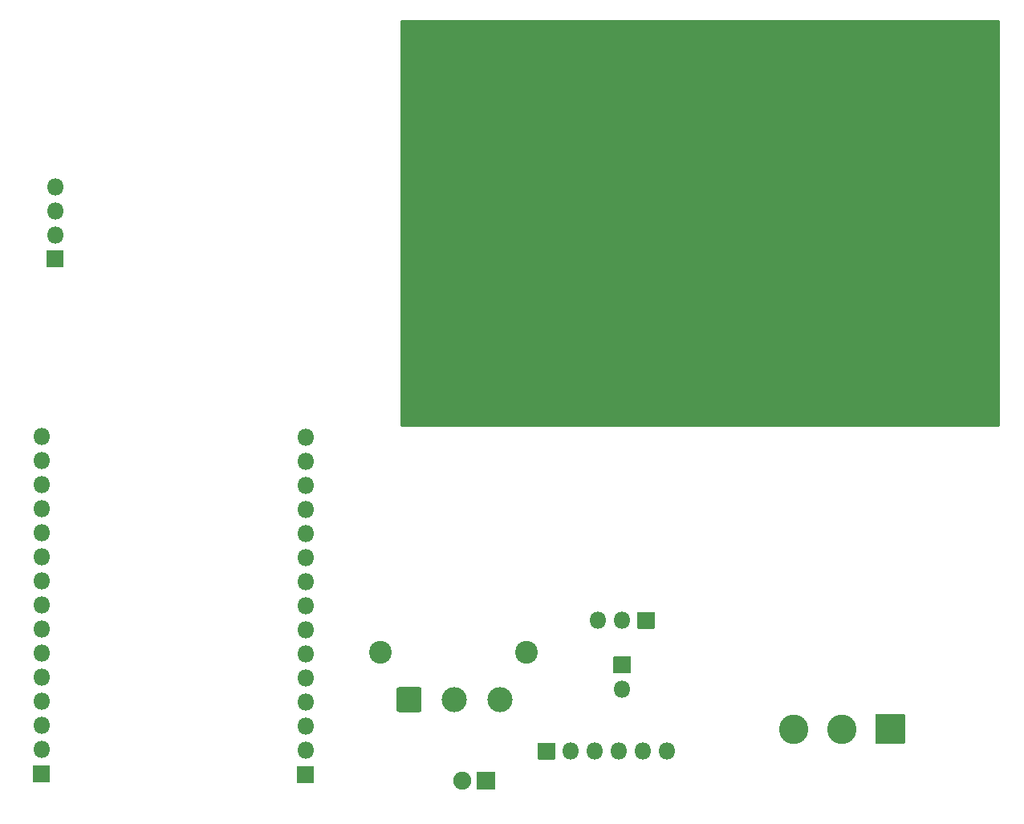
<source format=gbs>
G04 #@! TF.GenerationSoftware,KiCad,Pcbnew,5.1.12-84ad8e8a86~92~ubuntu18.04.1*
G04 #@! TF.CreationDate,2022-02-21T10:52:46-04:00*
G04 #@! TF.ProjectId,OMC_WIFI_PCB,4f4d435f-5749-4464-995f-5043422e6b69,rev?*
G04 #@! TF.SameCoordinates,Original*
G04 #@! TF.FileFunction,Soldermask,Bot*
G04 #@! TF.FilePolarity,Negative*
%FSLAX46Y46*%
G04 Gerber Fmt 4.6, Leading zero omitted, Abs format (unit mm)*
G04 Created by KiCad (PCBNEW 5.1.12-84ad8e8a86~92~ubuntu18.04.1) date 2022-02-21 10:52:46*
%MOMM*%
%LPD*%
G01*
G04 APERTURE LIST*
%ADD10C,0.150000*%
%ADD11C,0.500000*%
%ADD12C,0.100000*%
%ADD13O,1.800000X1.800000*%
%ADD14C,2.100000*%
%ADD15C,3.100000*%
%ADD16C,1.900000*%
%ADD17C,2.400000*%
%ADD18C,2.650000*%
%ADD19C,0.254000*%
G04 APERTURE END LIST*
D10*
X632356343Y954380324D02*
X631880154Y954379381D01*
X631833478Y953903097D01*
X631881002Y953950810D01*
X631976146Y953998618D01*
X632214241Y953999089D01*
X632309573Y953951659D01*
X632357286Y953904134D01*
X632405094Y953808991D01*
X632405565Y953570896D01*
X632358135Y953475564D01*
X632310610Y953427851D01*
X632215466Y953380043D01*
X631977372Y953379572D01*
X631882039Y953427002D01*
X631834326Y953474527D01*
X632882038Y953428982D02*
X632882132Y953381363D01*
X632834701Y953286031D01*
X632787177Y953238318D01*
X633499198Y954382587D02*
X633594436Y954382776D01*
X633689768Y954335345D01*
X633737481Y954287821D01*
X633785289Y954192677D01*
X633833285Y954002296D01*
X633833757Y953764201D01*
X633786515Y953573631D01*
X633739084Y953478298D01*
X633691560Y953430585D01*
X633596416Y953382778D01*
X633501178Y953382589D01*
X633405846Y953430019D01*
X633358133Y953477544D01*
X633310325Y953572688D01*
X633262329Y953763069D01*
X633261858Y954001164D01*
X633309099Y954191734D01*
X633356530Y954287066D01*
X633404054Y954334780D01*
X633499198Y954382587D01*
X634737291Y954385039D02*
X634261101Y954384096D01*
X634214425Y953907812D01*
X634261950Y953955525D01*
X634357094Y954003333D01*
X634595188Y954003804D01*
X634690521Y953956374D01*
X634738234Y953908849D01*
X634786041Y953813706D01*
X634786513Y953575611D01*
X634739082Y953480279D01*
X634691558Y953432565D01*
X634596414Y953384758D01*
X634358319Y953384286D01*
X634262987Y953431717D01*
X634215274Y953479241D01*
X635403956Y954386359D02*
X635499194Y954386547D01*
X635594526Y954339117D01*
X635642240Y954291592D01*
X635690047Y954196449D01*
X635738043Y954006067D01*
X635738515Y953767973D01*
X635691273Y953577402D01*
X635643843Y953482070D01*
X635596318Y953434357D01*
X635501174Y953386549D01*
X635405936Y953386361D01*
X635310604Y953433791D01*
X635262891Y953481316D01*
X635215083Y953576459D01*
X635167087Y953766841D01*
X635166616Y954004936D01*
X635213858Y954195506D01*
X635261288Y954290838D01*
X635308813Y954338551D01*
X635403956Y954386359D01*
X636929743Y953389378D02*
X636928423Y954056044D01*
X636928611Y953960806D02*
X636976136Y954008519D01*
X637071280Y954056327D01*
X637214137Y954056609D01*
X637309469Y954009179D01*
X637357276Y953914035D01*
X637358314Y953390227D01*
X637357276Y953914035D02*
X637404707Y954009368D01*
X637499850Y954057175D01*
X637642707Y954057458D01*
X637738039Y954010028D01*
X637785847Y953914884D01*
X637786884Y953391076D01*
X638263074Y953392019D02*
X638261754Y954058684D01*
X638261942Y953963446D02*
X638309467Y954011159D01*
X638404610Y954058967D01*
X638547467Y954059250D01*
X638642799Y954011819D01*
X638690607Y953916676D01*
X638691644Y953392867D01*
X638690607Y953916676D02*
X638738037Y954012008D01*
X638833181Y954059815D01*
X638976038Y954060098D01*
X639071370Y954012668D01*
X639119178Y953917524D01*
X639120215Y953393716D01*
X632972705Y955133927D02*
X638022705Y955143927D01*
X632970000Y956500000D02*
X632973866Y954547507D01*
X638020000Y956510000D02*
X638023866Y954557507D01*
X638022705Y955143927D02*
X636897365Y954555277D01*
X638022705Y955143927D02*
X636895042Y955728116D01*
X632972705Y955133927D02*
X634100368Y954549738D01*
X632972705Y955133927D02*
X634098045Y955722577D01*
D11*
X669701391Y942890000D02*
G75*
G03*
X669701391Y942890000I-1761391J0D01*
G01*
D12*
G36*
X617700000Y961680000D02*
G01*
X617670000Y961650000D01*
X617670000Y961730000D01*
X617700000Y961680000D01*
G37*
X617700000Y961680000D02*
X617670000Y961650000D01*
X617670000Y961730000D01*
X617700000Y961680000D01*
D13*
X639930000Y911300000D03*
G36*
G01*
X639030000Y912990000D02*
X639030000Y914690000D01*
G75*
G02*
X639080000Y914740000I50000J0D01*
G01*
X640780000Y914740000D01*
G75*
G02*
X640830000Y914690000I0J-50000D01*
G01*
X640830000Y912990000D01*
G75*
G02*
X640780000Y912940000I-50000J0D01*
G01*
X639080000Y912940000D01*
G75*
G02*
X639030000Y912990000I0J50000D01*
G01*
G37*
D14*
X639690000Y962160000D03*
X634610000Y962170000D03*
X654570000Y962180000D03*
X649490000Y962190000D03*
G36*
G01*
X626200000Y957475000D02*
X623200000Y957475000D01*
G75*
G02*
X623150000Y957525000I0J50000D01*
G01*
X623150000Y960525000D01*
G75*
G02*
X623200000Y960575000I50000J0D01*
G01*
X626200000Y960575000D01*
G75*
G02*
X626250000Y960525000I0J-50000D01*
G01*
X626250000Y957525000D01*
G75*
G02*
X626200000Y957475000I-50000J0D01*
G01*
G37*
D15*
X624700000Y964105000D03*
X658060000Y907060000D03*
X663140000Y907060000D03*
G36*
G01*
X669770000Y908560000D02*
X669770000Y905560000D01*
G75*
G02*
X669720000Y905510000I-50000J0D01*
G01*
X666720000Y905510000D01*
G75*
G02*
X666670000Y905560000I0J50000D01*
G01*
X666670000Y908560000D01*
G75*
G02*
X666720000Y908610000I50000J0D01*
G01*
X669720000Y908610000D01*
G75*
G02*
X669770000Y908560000I0J-50000D01*
G01*
G37*
G36*
G01*
X643800000Y944400000D02*
X643800000Y941400000D01*
G75*
G02*
X643750000Y941350000I-50000J0D01*
G01*
X640750000Y941350000D01*
G75*
G02*
X640700000Y941400000I0J50000D01*
G01*
X640700000Y944400000D01*
G75*
G02*
X640750000Y944450000I50000J0D01*
G01*
X643750000Y944450000D01*
G75*
G02*
X643800000Y944400000I0J-50000D01*
G01*
G37*
X637170000Y942900000D03*
X662860000Y942900000D03*
X667940000Y942900000D03*
G36*
G01*
X674570000Y944400000D02*
X674570000Y941400000D01*
G75*
G02*
X674520000Y941350000I-50000J0D01*
G01*
X671520000Y941350000D01*
G75*
G02*
X671470000Y941400000I0J50000D01*
G01*
X671470000Y944400000D01*
G75*
G02*
X671520000Y944450000I50000J0D01*
G01*
X674520000Y944450000D01*
G75*
G02*
X674570000Y944400000I0J-50000D01*
G01*
G37*
G36*
G01*
X626535000Y902515000D02*
X626535000Y900715000D01*
G75*
G02*
X626485000Y900665000I-50000J0D01*
G01*
X624685000Y900665000D01*
G75*
G02*
X624635000Y900715000I0J50000D01*
G01*
X624635000Y902515000D01*
G75*
G02*
X624685000Y902565000I50000J0D01*
G01*
X626485000Y902565000D01*
G75*
G02*
X626535000Y902515000I0J-50000D01*
G01*
G37*
D16*
X623045000Y901615000D03*
G36*
G01*
X607449999Y903125001D02*
X607449999Y901425001D01*
G75*
G02*
X607399999Y901375001I-50000J0D01*
G01*
X605699999Y901375001D01*
G75*
G02*
X605649999Y901425001I0J50000D01*
G01*
X605649999Y903125001D01*
G75*
G02*
X605699999Y903175001I50000J0D01*
G01*
X607399999Y903175001D01*
G75*
G02*
X607449999Y903125001I0J-50000D01*
G01*
G37*
D13*
X606549999Y904815001D03*
X606549999Y907355001D03*
X606549999Y909895001D03*
X606549999Y912435001D03*
X606549999Y914975001D03*
X606549999Y917515001D03*
X606549999Y920055001D03*
X606549999Y922595001D03*
X606549999Y925135001D03*
X606549999Y927675001D03*
X606549999Y930215001D03*
X606549999Y932755001D03*
X606549999Y935295001D03*
X606549999Y937835001D03*
X578680000Y937910000D03*
X578680000Y935370000D03*
X578680000Y932830000D03*
X578680000Y930290000D03*
X578680000Y927750000D03*
X578680000Y925210000D03*
X578680000Y922670000D03*
X578680000Y920130000D03*
X578680000Y917590000D03*
X578680000Y915050000D03*
X578680000Y912510000D03*
X578680000Y909970000D03*
X578680000Y907430000D03*
X578680000Y904890000D03*
G36*
G01*
X579580000Y903200000D02*
X579580000Y901500000D01*
G75*
G02*
X579530000Y901450000I-50000J0D01*
G01*
X577830000Y901450000D01*
G75*
G02*
X577780000Y901500000I0J50000D01*
G01*
X577780000Y903200000D01*
G75*
G02*
X577830000Y903250000I50000J0D01*
G01*
X579530000Y903250000D01*
G75*
G02*
X579580000Y903200000I0J-50000D01*
G01*
G37*
D15*
X665900000Y975970000D03*
X665900000Y966440000D03*
G36*
G01*
X667400000Y955360000D02*
X664400000Y955360000D01*
G75*
G02*
X664350000Y955410000I0J50000D01*
G01*
X664350000Y958410000D01*
G75*
G02*
X664400000Y958460000I50000J0D01*
G01*
X667400000Y958460000D01*
G75*
G02*
X667450000Y958410000I0J-50000D01*
G01*
X667450000Y955410000D01*
G75*
G02*
X667400000Y955360000I-50000J0D01*
G01*
G37*
G36*
G01*
X632820000Y903830000D02*
X631120000Y903830000D01*
G75*
G02*
X631070000Y903880000I0J50000D01*
G01*
X631070000Y905580000D01*
G75*
G02*
X631120000Y905630000I50000J0D01*
G01*
X632820000Y905630000D01*
G75*
G02*
X632870000Y905580000I0J-50000D01*
G01*
X632870000Y903880000D01*
G75*
G02*
X632820000Y903830000I-50000J0D01*
G01*
G37*
D13*
X634510000Y904730000D03*
X637050000Y904730000D03*
X639590000Y904730000D03*
X642130000Y904730000D03*
X644670000Y904730000D03*
X637380000Y918530000D03*
X639920000Y918530000D03*
G36*
G01*
X641610000Y919430000D02*
X643310000Y919430000D01*
G75*
G02*
X643360000Y919380000I0J-50000D01*
G01*
X643360000Y917680000D01*
G75*
G02*
X643310000Y917630000I-50000J0D01*
G01*
X641610000Y917630000D01*
G75*
G02*
X641560000Y917680000I0J50000D01*
G01*
X641560000Y919380000D01*
G75*
G02*
X641610000Y919430000I50000J0D01*
G01*
G37*
X580125000Y964295000D03*
X580125000Y961755000D03*
X580125000Y959215000D03*
G36*
G01*
X581025000Y957525000D02*
X581025000Y955825000D01*
G75*
G02*
X580975000Y955775000I-50000J0D01*
G01*
X579275000Y955775000D01*
G75*
G02*
X579225000Y955825000I0J50000D01*
G01*
X579225000Y957525000D01*
G75*
G02*
X579275000Y957575000I50000J0D01*
G01*
X580975000Y957575000D01*
G75*
G02*
X581025000Y957525000I0J-50000D01*
G01*
G37*
D17*
X629825000Y915150000D03*
G36*
G01*
X623125000Y946100000D02*
X626125000Y946100000D01*
G75*
G02*
X626175000Y946050000I0J-50000D01*
G01*
X626175000Y943050000D01*
G75*
G02*
X626125000Y943000000I-50000J0D01*
G01*
X623125000Y943000000D01*
G75*
G02*
X623075000Y943050000I0J50000D01*
G01*
X623075000Y946050000D01*
G75*
G02*
X623125000Y946100000I50000J0D01*
G01*
G37*
D15*
X619625000Y944550000D03*
D17*
X614425000Y915150000D03*
D18*
X627060000Y910170000D03*
X622260000Y910170000D03*
G36*
G01*
X616135000Y909104802D02*
X616135000Y911235198D01*
G75*
G02*
X616394802Y911495000I259802J0D01*
G01*
X618525198Y911495000D01*
G75*
G02*
X618785000Y911235198I0J-259802D01*
G01*
X618785000Y909104802D01*
G75*
G02*
X618525198Y908845000I-259802J0D01*
G01*
X616394802Y908845000D01*
G75*
G02*
X616135000Y909104802I0J259802D01*
G01*
G37*
D19*
X679633000Y939107000D02*
X616607000Y939107000D01*
X616607000Y981803000D01*
X679633000Y981803000D01*
X679633000Y939107000D01*
D12*
G36*
X679633000Y939107000D02*
G01*
X616607000Y939107000D01*
X616607000Y981803000D01*
X679633000Y981803000D01*
X679633000Y939107000D01*
G37*
M02*

</source>
